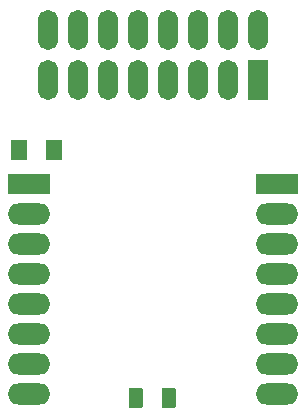
<source format=gts>
G04 #@! TF.GenerationSoftware,KiCad,Pcbnew,7.0.10-1.fc39*
G04 #@! TF.CreationDate,2024-03-02T06:46:17-08:00*
G04 #@! TF.ProjectId,mikrobus-pmod-adapt,6d696b72-6f62-4757-932d-706d6f642d61,rev?*
G04 #@! TF.SameCoordinates,Original*
G04 #@! TF.FileFunction,Soldermask,Top*
G04 #@! TF.FilePolarity,Negative*
%FSLAX46Y46*%
G04 Gerber Fmt 4.6, Leading zero omitted, Abs format (unit mm)*
G04 Created by KiCad (PCBNEW 7.0.10-1.fc39) date 2024-03-02 06:46:17*
%MOMM*%
%LPD*%
G01*
G04 APERTURE LIST*
G04 Aperture macros list*
%AMRoundRect*
0 Rectangle with rounded corners*
0 $1 Rounding radius*
0 $2 $3 $4 $5 $6 $7 $8 $9 X,Y pos of 4 corners*
0 Add a 4 corners polygon primitive as box body*
4,1,4,$2,$3,$4,$5,$6,$7,$8,$9,$2,$3,0*
0 Add four circle primitives for the rounded corners*
1,1,$1+$1,$2,$3*
1,1,$1+$1,$4,$5*
1,1,$1+$1,$6,$7*
1,1,$1+$1,$8,$9*
0 Add four rect primitives between the rounded corners*
20,1,$1+$1,$2,$3,$4,$5,0*
20,1,$1+$1,$4,$5,$6,$7,0*
20,1,$1+$1,$6,$7,$8,$9,0*
20,1,$1+$1,$8,$9,$2,$3,0*%
G04 Aperture macros list end*
%ADD10R,3.600000X1.800000*%
%ADD11O,3.600000X1.800000*%
%ADD12R,1.700000X3.400000*%
%ADD13O,1.700000X3.400000*%
%ADD14RoundRect,0.250001X0.462499X0.624999X-0.462499X0.624999X-0.462499X-0.624999X0.462499X-0.624999X0*%
%ADD15RoundRect,0.250000X-0.375000X-0.625000X0.375000X-0.625000X0.375000X0.625000X-0.375000X0.625000X0*%
G04 APERTURE END LIST*
D10*
G04 #@! TO.C,U1*
X89470000Y-93650000D03*
D11*
X89470000Y-96190000D03*
X89470000Y-98730000D03*
X89470000Y-101270000D03*
X89470000Y-103810000D03*
X89470000Y-106350000D03*
X89470000Y-108890000D03*
X89470000Y-111430000D03*
D10*
X110530000Y-93650000D03*
D11*
X110530000Y-96190000D03*
X110530000Y-98730000D03*
X110530000Y-101270000D03*
X110530000Y-103810000D03*
X110530000Y-106350000D03*
X110530000Y-108890000D03*
X110530000Y-111430000D03*
G04 #@! TD*
D12*
G04 #@! TO.C,J2*
X108890000Y-84845000D03*
D13*
X106350000Y-84845000D03*
X103810000Y-84845000D03*
X101270000Y-84845000D03*
X98730000Y-84845000D03*
X96190000Y-84845000D03*
X93650000Y-84845000D03*
X91110000Y-84845000D03*
X108890000Y-80605000D03*
X106350000Y-80605000D03*
X103810000Y-80605000D03*
X101270000Y-80605000D03*
X98730000Y-80605000D03*
X96190000Y-80605000D03*
X93650000Y-80605000D03*
X91110000Y-80605000D03*
G04 #@! TD*
D14*
G04 #@! TO.C,C1*
X91657500Y-90805000D03*
X88682500Y-90805000D03*
G04 #@! TD*
D15*
G04 #@! TO.C,LED1*
X98600000Y-111760000D03*
X101400000Y-111760000D03*
G04 #@! TD*
M02*

</source>
